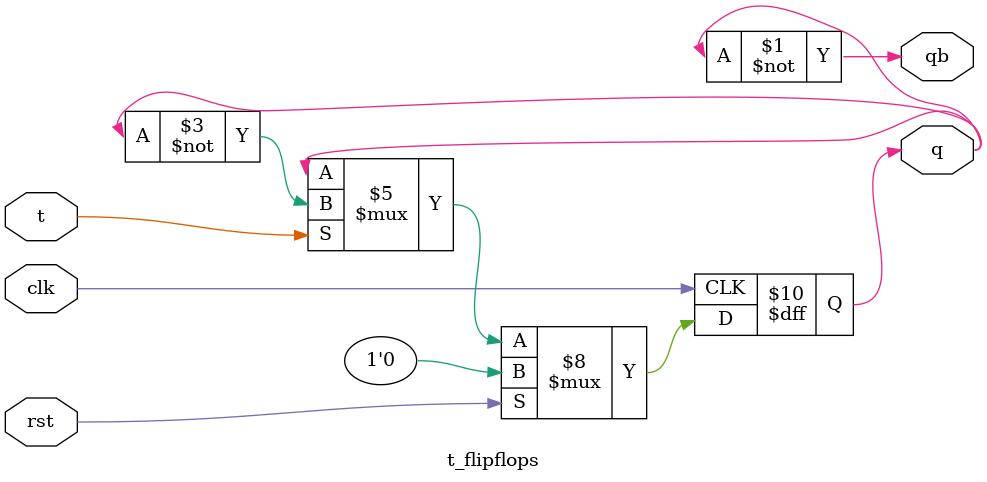
<source format=v>
 module jk_flipflops(q,qb,j,k,rst,clk);
 input wire j,k;
 input wire rst,clk;
 output reg q ,qb;
 reg [1:0]state;
 
 always@(posedge clk)begin

 if(rst)begin
 q <= 0;
 qb <= 0;
 end else begin
 case({j,k})
 2'b00 : begin
         q <= q;
         qb <= ~q;
         end
 2'b01 :  begin
         q <= 0;
         qb<=1;
         end
         
  2'b10 : begin
         q <= 1;
         qb <= 0;
         end
 2'b11 : begin
         q <= ~q;
         qb <= q;
         end       
         
 endcase
 end
 end
 endmodule
 
 
 module sr_flipflops(q,qb,s,r,rst,clk);
 input wire rst,clk;
 input wire s,r;
 output reg q,qb;
 
 always@(posedge clk)begin
 if(rst)begin
 q <= 0;
 qb <= 0;
 end else begin
 case({s,r})
 2'b00 : begin
         q <= q;
         qb <= ~q;
         end
 2'b01 : begin
         q <= 0;
         qb <= 1;
         end
 2'b10 : begin
         q <= 1;
         qb <= 0;
         end
 2'b11 : begin
         q <= 1'bx;
         qb <= 1'bx;
         end
      endcase
  end    
 end
 endmodule
 
 
 //t ff is jk_ff with bith j and k joined
 module t_flipflops(q,qb,t,rst,clk);
 input wire t;
 input wire rst,clk;
 output reg q;
 output wire qb;
 
 assign qb = ~q;
 always@(posedge clk)begin
 if(rst)begin
 q<=0;
  
 end else begin
 if(t)begin
 q <= ~q;
 end else begin
 q <= q;
 end
 end
 end
 endmodule

</source>
